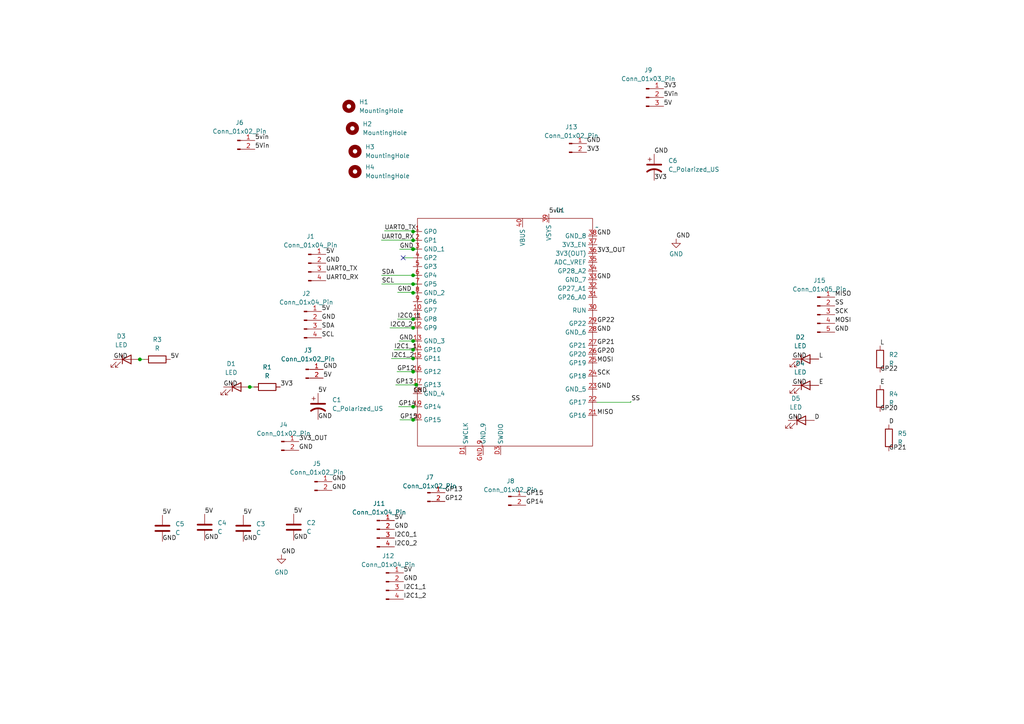
<source format=kicad_sch>
(kicad_sch (version 20230121) (generator eeschema)
  (paper "A4")
  (lib_symbols
    (symbol "Connector:Conn_01x02_Pin" (pin_names (offset 1.016) hide)
      (property "Reference" "J" (at 0 2.54 0))
      (property "Value" "Conn_01x02_Pin" (at 0 -5.08 0))
      (symbol "Conn_01x02_Pin_1_1"
        (polyline (pts (xy 1.27 -2.54) (xy 0.8636 -2.54)) (stroke (width 0.1524)))
        (polyline (pts (xy 1.27 0) (xy 0.8636 0)) (stroke (width 0.1524)))
        (rectangle (start 0.8636 -2.413) (end 0 -2.667) (stroke (width 0.1524)) (fill (type outline)))
        (rectangle (start 0.8636 0.127) (end 0 -0.127) (stroke (width 0.1524)) (fill (type outline)))
        (pin passive line (at 5.08 0 180) (length 3.81) (name "Pin_1") (number "1"))
        (pin passive line (at 5.08 -2.54 180) (length 3.81) (name "Pin_2") (number "2"))
      )
    )
    (symbol "Connector:Conn_01x03_Pin" (pin_names (offset 1.016) hide)
      (property "Reference" "J" (at 0 5.08 0))
      (property "Value" "Conn_01x03_Pin" (at 0 -5.08 0))
      (symbol "Conn_01x03_Pin_1_1"
        (polyline (pts (xy 1.27 -2.54) (xy 0.8636 -2.54)) (stroke (width 0.1524)))
        (polyline (pts (xy 1.27 0) (xy 0.8636 0)) (stroke (width 0.1524)))
        (polyline (pts (xy 1.27 2.54) (xy 0.8636 2.54)) (stroke (width 0.1524)))
        (rectangle (start 0.8636 -2.413) (end 0 -2.667) (stroke (width 0.1524)) (fill (type outline)))
        (rectangle (start 0.8636 0.127) (end 0 -0.127) (stroke (width 0.1524)) (fill (type outline)))
        (rectangle (start 0.8636 2.667) (end 0 2.413) (stroke (width 0.1524)) (fill (type outline)))
        (pin passive line (at 5.08 2.54 180) (length 3.81) (name "Pin_1") (number "1"))
        (pin passive line (at 5.08 0 180) (length 3.81) (name "Pin_2") (number "2"))
        (pin passive line (at 5.08 -2.54 180) (length 3.81) (name "Pin_3") (number "3"))
      )
    )
    (symbol "Connector:Conn_01x04_Pin" (pin_names (offset 1.016) hide)
      (property "Reference" "J" (at 0 5.08 0))
      (property "Value" "Conn_01x04_Pin" (at 0 -7.62 0))
      (symbol "Conn_01x04_Pin_1_1"
        (polyline (pts (xy 1.27 -5.08) (xy 0.8636 -5.08)) (stroke (width 0.1524)))
        (polyline (pts (xy 1.27 -2.54) (xy 0.8636 -2.54)) (stroke (width 0.1524)))
        (polyline (pts (xy 1.27 0) (xy 0.8636 0)) (stroke (width 0.1524)))
        (polyline (pts (xy 1.27 2.54) (xy 0.8636 2.54)) (stroke (width 0.1524)))
        (rectangle (start 0.8636 -4.953) (end 0 -5.207) (stroke (width 0.1524)) (fill (type outline)))
        (rectangle (start 0.8636 -2.413) (end 0 -2.667) (stroke (width 0.1524)) (fill (type outline)))
        (rectangle (start 0.8636 0.127) (end 0 -0.127) (stroke (width 0.1524)) (fill (type outline)))
        (rectangle (start 0.8636 2.667) (end 0 2.413) (stroke (width 0.1524)) (fill (type outline)))
        (pin passive line (at 5.08 2.54 180) (length 3.81) (name "Pin_1") (number "1"))
        (pin passive line (at 5.08 0 180) (length 3.81) (name "Pin_2") (number "2"))
        (pin passive line (at 5.08 -2.54 180) (length 3.81) (name "Pin_3") (number "3"))
        (pin passive line (at 5.08 -5.08 180) (length 3.81) (name "Pin_4") (number "4"))
      )
    )
    (symbol "Connector:Conn_01x05_Pin" (pin_names (offset 1.016) hide)
      (property "Reference" "J" (at 0 7.62 0))
      (property "Value" "Conn_01x05_Pin" (at 0 -7.62 0))
      (symbol "Conn_01x05_Pin_1_1"
        (polyline (pts (xy 1.27 -5.08) (xy 0.8636 -5.08)) (stroke (width 0.1524)))
        (polyline (pts (xy 1.27 -2.54) (xy 0.8636 -2.54)) (stroke (width 0.1524)))
        (polyline (pts (xy 1.27 0) (xy 0.8636 0)) (stroke (width 0.1524)))
        (polyline (pts (xy 1.27 2.54) (xy 0.8636 2.54)) (stroke (width 0.1524)))
        (polyline (pts (xy 1.27 5.08) (xy 0.8636 5.08)) (stroke (width 0.1524)))
        (rectangle (start 0.8636 -4.953) (end 0 -5.207) (stroke (width 0.1524)) (fill (type outline)))
        (rectangle (start 0.8636 -2.413) (end 0 -2.667) (stroke (width 0.1524)) (fill (type outline)))
        (rectangle (start 0.8636 0.127) (end 0 -0.127) (stroke (width 0.1524)) (fill (type outline)))
        (rectangle (start 0.8636 2.667) (end 0 2.413) (stroke (width 0.1524)) (fill (type outline)))
        (rectangle (start 0.8636 5.207) (end 0 4.953) (stroke (width 0.1524)) (fill (type outline)))
        (pin passive line (at 5.08 5.08 180) (length 3.81) (name "Pin_1") (number "1"))
        (pin passive line (at 5.08 2.54 180) (length 3.81) (name "Pin_2") (number "2"))
        (pin passive line (at 5.08 0 180) (length 3.81) (name "Pin_3") (number "3"))
        (pin passive line (at 5.08 -2.54 180) (length 3.81) (name "Pin_4") (number "4"))
        (pin passive line (at 5.08 -5.08 180) (length 3.81) (name "Pin_5") (number "5"))
      )
    )
    (symbol "Device:C" (pin_numbers hide) (pin_names (offset 0.254))
      (property "Reference" "C" (at 0.635 2.54 0))
      (property "Value" "C" (at 0.635 -2.54 0))
      (symbol "C_0_1"
        (polyline (pts (xy -2.032 -0.762) (xy 2.032 -0.762)) (stroke (width 0.508)))
        (polyline (pts (xy -2.032 0.762) (xy 2.032 0.762)) (stroke (width 0.508)))
      )
      (symbol "C_1_1"
        (pin passive line (at 0 3.81 270) (length 2.794) (name "~") (number "1"))
        (pin passive line (at 0 -3.81 90) (length 2.794) (name "~") (number "2"))
      )
    )
    (symbol "Device:C_Polarized_US" (pin_numbers hide) (pin_names (offset 0.254) hide)
      (property "Reference" "C" (at 0.635 2.54 0))
      (property "Value" "C_Polarized_US" (at 0.635 -2.54 0))
      (symbol "C_Polarized_US_0_1"
        (polyline (pts (xy -2.032 0.762) (xy 2.032 0.762)) (stroke (width 0.508)))
        (polyline (pts (xy -1.778 2.286) (xy -0.762 2.286)))
        (polyline (pts (xy -1.27 1.778) (xy -1.27 2.794)))
        (arc (start 2.032 -1.27) (mid 0 -0.5572) (end -2.032 -1.27) (stroke (width 0.508)))
      )
      (symbol "C_Polarized_US_1_1"
        (pin passive line (at 0 3.81 270) (length 2.794) (name "~") (number "1"))
        (pin passive line (at 0 -3.81 90) (length 3.302) (name "~") (number "2"))
      )
    )
    (symbol "Device:LED" (pin_numbers hide) (pin_names (offset 1.016) hide)
      (property "Reference" "D" (at 0 2.54 0))
      (property "Value" "LED" (at 0 -2.54 0))
      (symbol "LED_0_1"
        (polyline (pts (xy -1.27 -1.27) (xy -1.27 1.27)) (stroke (width 0.254)))
        (polyline (pts (xy -1.27 0) (xy 1.27 0)))
        (polyline (pts (xy 1.27 -1.27) (xy 1.27 1.27) (xy -1.27 0) (xy 1.27 -1.27)) (stroke (width 0.254)))
        (polyline (pts (xy -3.048 -0.762) (xy -4.572 -2.286) (xy -3.81 -2.286) (xy -4.572 -2.286) (xy -4.572 -1.524)))
        (polyline (pts (xy -1.778 -0.762) (xy -3.302 -2.286) (xy -2.54 -2.286) (xy -3.302 -2.286) (xy -3.302 -1.524)))
      )
      (symbol "LED_1_1"
        (pin passive line (at -3.81 0 0) (length 2.54) (name "K") (number "1"))
        (pin passive line (at 3.81 0 180) (length 2.54) (name "A") (number "2"))
      )
    )
    (symbol "Device:R" (pin_numbers hide) (pin_names (offset 0))
      (property "Reference" "R" (at 2.032 0 90))
      (property "Value" "R" (at 0 0 90))
      (symbol "R_0_1"
        (rectangle (start -1.016 -2.54) (end 1.016 2.54) (stroke (width 0.254)))
      )
      (symbol "R_1_1"
        (pin passive line (at 0 3.81 270) (length 1.27) (name "~") (number "1"))
        (pin passive line (at 0 -3.81 90) (length 1.27) (name "~") (number "2"))
      )
    )
    (symbol "Mechanical:MountingHole" (pin_names (offset 1.016))
      (property "Reference" "H" (at 0 5.08 0))
      (property "Value" "MountingHole" (at 0 3.175 0))
      (symbol "MountingHole_0_1"
        (circle (center 0 0) (radius 1.27) (stroke (width 1.27)))
      )
    )
    (symbol "pi_pico:pi_pico"
      (property "Reference" "U" (at 0 0 0))
      (symbol "pi_pico_0_1"
        (rectangle (start -52.07 2.54) (end -1.27 -63.5))
      )
      (symbol "pi_pico_1_1"
        (pin free line (at -53.34 -1.27 0) (length 2.54) (name "GP0") (number "1"))
        (pin free line (at -53.34 -24.13 0) (length 2.54) (name "GP7") (number "10"))
        (pin free line (at -53.34 -26.67 0) (length 2.54) (name "GP8") (number "11"))
        (pin free line (at -53.34 -29.21 0) (length 2.54) (name "GP9") (number "12"))
        (pin free line (at -53.34 -33.02 0) (length 2.54) (name "GND_3") (number "13"))
        (pin free line (at -53.34 -35.56 0) (length 2.54) (name "GP10") (number "14"))
        (pin free line (at -53.34 -38.1 0) (length 2.54) (name "GP11") (number "15"))
        (pin free line (at -53.34 -41.91 0) (length 2.54) (name "GP12") (number "16"))
        (pin free line (at -53.34 -45.72 0) (length 2.54) (name "GP13") (number "17"))
        (pin free line (at -53.34 -48.26 0) (length 2.54) (name "GND_4") (number "18"))
        (pin free line (at -53.34 -52.07 0) (length 2.54) (name "GP14") (number "19"))
        (pin free line (at -53.34 -3.81 0) (length 2.54) (name "GP1") (number "2"))
        (pin free line (at -53.34 -55.88 0) (length 2.54) (name "GP15") (number "20"))
        (pin free line (at 0 -54.61 180) (length 2.54) (name "GP16") (number "21"))
        (pin free line (at 0 -50.8 180) (length 2.54) (name "GP17") (number "22"))
        (pin free line (at 0 -46.99 180) (length 2.54) (name "GND_5") (number "23"))
        (pin free line (at 0 -43.18 180) (length 2.54) (name "GP18") (number "24"))
        (pin free line (at 0 -39.37 180) (length 2.54) (name "GP19") (number "25"))
        (pin free line (at 0 -36.83 180) (length 2.54) (name "GP20") (number "26"))
        (pin free line (at 0 -34.29 180) (length 2.54) (name "GP21") (number "27"))
        (pin free line (at 0 -30.48 180) (length 2.54) (name "GND_6") (number "28"))
        (pin free line (at 0 -27.94 180) (length 2.54) (name "GP22") (number "29"))
        (pin free line (at -53.34 -6.35 0) (length 2.54) (name "GND_1") (number "3"))
        (pin free line (at 0 -24.13 180) (length 2.54) (name "RUN") (number "30"))
        (pin free line (at 0 -20.32 180) (length 2.54) (name "GP26_A0") (number "31"))
        (pin free line (at 0 -17.78 180) (length 2.54) (name "GP27_A1") (number "32"))
        (pin free line (at 0 -15.24 180) (length 2.54) (name "GND_7") (number "33"))
        (pin free line (at 0 -12.7 180) (length 2.54) (name "GP28_A2") (number "34"))
        (pin free line (at 0 -10.16 180) (length 2.54) (name "ADC_VREF") (number "35"))
        (pin free line (at 0 -7.62 180) (length 2.54) (name "3V3(OUT)") (number "36"))
        (pin free line (at 0 -5.08 180) (length 2.54) (name "3V3_EN") (number "37"))
        (pin free line (at 0 -2.54 180) (length 2.54) (name "GND_8") (number "38"))
        (pin free line (at -13.97 3.81 270) (length 2.54) (name "VSYS") (number "39"))
        (pin free line (at -53.34 -8.89 0) (length 2.54) (name "GP2") (number "4"))
        (pin free line (at -21.59 2.54 270) (length 2.54) (name "VBUS") (number "40"))
        (pin free line (at -53.34 -11.43 0) (length 2.54) (name "GP3") (number "5"))
        (pin free line (at -53.34 -13.97 0) (length 2.54) (name "GP4") (number "6"))
        (pin free line (at -53.34 -16.51 0) (length 2.54) (name "GP5") (number "7"))
        (pin free line (at -53.34 -19.05 0) (length 2.54) (name "GND_2") (number "8"))
        (pin free line (at -53.34 -21.59 0) (length 2.54) (name "GP6") (number "9"))
        (pin free line (at -38.1 -66.04 90) (length 2.54) (name "SWCLK") (number "D1"))
        (pin free line (at -27.94 -66.04 90) (length 2.54) (name "SWDIO") (number "D3"))
        (pin free line (at -33.02 -66.04 90) (length 2.54) (name "GND_9") (number "GND_9"))
      )
    )
    (symbol "power:GND" (power) (pin_names (offset 0))
      (property "Value" "GND" (at 0 -3.81 0))
      (symbol "GND_0_1"
        (polyline (pts (xy 0 0) (xy 0 -1.27) (xy 1.27 -1.27) (xy 0 -2.54) (xy -1.27 -1.27) (xy 0 -1.27)))
      )
      (symbol "GND_1_1"
        (pin power_in line (at 0 0 270) (length 0) hide (name "GND") (number "1"))
      )
    )
  )
  (junction (at 119.7864 72.2884))
  (junction (at 120.7262 111.6076))
  (junction (at 119.8118 69.6976))
  (junction (at 119.8118 84.9376))
  (junction (at 119.8118 82.3976))
  (junction (at 119.8118 107.7976))
  (junction (at 119.8118 92.5576))
  (junction (at 119.8118 98.9076))
  (junction (at 119.8118 72.2376))
  (junction (at 119.8118 101.4476))
  (junction (at 119.8118 121.7676))
  (junction (at 119.8118 117.9576))
  (junction (at 72.4408 112.2426))
  (junction (at 119.8118 103.9876))
  (junction (at 119.8118 67.1576))
  (junction (at 40.5638 104.2416))
  (junction (at 119.8118 79.8576))
  (junction (at 119.8118 95.0976))
  (no_connect (at 116.9416 74.7776))
  (wire (pts (xy 110.617 69.6468) (xy 119.761 69.6468)))
  (wire (pts (xy 119.8118 111.6076) (xy 120.7262 111.6076)))
  (wire (pts (xy 119.8118 101.4476) (xy 120.269 101.4476)))
  (wire (pts (xy 119.8118 103.9876) (xy 120.3198 103.9876)))
  (wire (pts (xy 119.507 66.9544) (xy 119.507 67.1576)))
  (wire (pts (xy 119.8118 92.5576) (xy 120.7516 92.5576)))
  (wire (pts (xy 119.6086 84.9376) (xy 119.8118 84.9376)))
  (wire (pts (xy 111.506 66.9544) (xy 119.507 66.9544)))
  (wire (pts (xy 116.0018 121.7676) (xy 119.8118 121.7676)))
  (wire (pts (xy 119.8118 98.9076) (xy 120.6754 98.9076)))
  (wire (pts (xy 119.7864 72.2884) (xy 120.8278 72.2884)))
  (wire (pts (xy 119.8118 67.1576) (xy 120.6754 67.1576)))
  (wire (pts (xy 119.507 67.1576) (xy 119.8118 67.1576)))
  (wire (pts (xy 119.8118 69.6976) (xy 120.7262 69.6976)))
  (wire (pts (xy 119.8118 79.8576) (xy 120.777 79.8576)))
  (wire (pts (xy 119.8118 121.7676) (xy 120.7008 121.7676)))
  (wire (pts (xy 120.8278 72.2884) (xy 120.8278 72.2376)))
  (wire (pts (xy 115.5954 117.9576) (xy 119.8118 117.9576)))
  (wire (pts (xy 182.9054 116.5098) (xy 182.9054 116.6876)))
  (wire (pts (xy 72.4408 112.2426) (xy 73.6854 112.2426)))
  (wire (pts (xy 119.8118 82.3976) (xy 120.8786 82.3976)))
  (wire (pts (xy 115.316 84.7852) (xy 119.6086 84.7852)))
  (wire (pts (xy 119.761 69.6976) (xy 119.8118 69.6976)))
  (wire (pts (xy 115.2906 92.5576) (xy 119.8118 92.5576)))
  (wire (pts (xy 114.7572 111.633) (xy 120.7262 111.633)))
  (wire (pts (xy 115.9002 72.2884) (xy 119.7864 72.2884)))
  (wire (pts (xy 119.8118 95.0976) (xy 120.142 95.0976)))
  (wire (pts (xy 182.9054 116.6876) (xy 173.1518 116.6876)))
  (wire (pts (xy 114.3 101.4476) (xy 119.8118 101.4476)))
  (wire (pts (xy 120.8278 72.2376) (xy 119.8118 72.2376)))
  (wire (pts (xy 110.6678 79.8576) (xy 119.8118 79.8576)))
  (wire (pts (xy 115.1636 107.7976) (xy 119.8118 107.7976)))
  (wire (pts (xy 40.5638 104.2416) (xy 41.8084 104.2416)))
  (wire (pts (xy 119.8118 117.9576) (xy 120.8278 117.9576)))
  (wire (pts (xy 119.7864 82.3976) (xy 119.8118 82.3976)))
  (wire (pts (xy 120.8786 82.3722) (xy 120.8786 82.3976)))
  (wire (pts (xy 116.9924 74.8284) (xy 116.9924 74.7776)))
  (wire (pts (xy 116.9924 74.7776) (xy 119.8118 74.7776)))
  (wire (pts (xy 119.7864 72.2376) (xy 119.7864 72.2884)))
  (wire (pts (xy 110.6932 82.3722) (xy 120.8786 82.3722)))
  (wire (pts (xy 115.7732 98.9076) (xy 119.8118 98.9076)))
  (wire (pts (xy 72.1614 112.2426) (xy 72.4408 112.2426)))
  (wire (pts (xy 119.8118 84.9376) (xy 120.6246 84.9376)))
  (wire (pts (xy 119.6086 84.7852) (xy 119.6086 84.9376)))
  (wire (pts (xy 113.5126 103.9876) (xy 119.8118 103.9876)))
  (wire (pts (xy 119.8118 72.2376) (xy 119.7864 72.2376)))
  (wire (pts (xy 119.8118 107.7976) (xy 120.523 107.7976)))
  (wire (pts (xy 120.8278 111.6076) (xy 120.8278 111.633)))
  (wire (pts (xy 120.7262 111.6076) (xy 120.8278 111.6076)))
  (wire (pts (xy 120.142 95.0976) (xy 120.142 95.123)))
  (wire (pts (xy 113.1062 95.0976) (xy 119.8118 95.0976)))
  (wire (pts (xy 119.761 69.6468) (xy 119.761 69.6976)))
  (wire (pts (xy 120.7262 111.6076) (xy 120.7262 111.633)))
  (wire (pts (xy 40.2844 104.2416) (xy 40.5638 104.2416)))
  (wire (pts (xy 183.0832 116.5098) (xy 182.9054 116.5098)))
  (label "I2C1_2" (at 117.0432 173.7868 0))
  (label "I2C0_2" (at 114.4016 158.5976 0))
  (label "GND" (at 64.8208 112.2426 0))
  (label "GND" (at 93.2688 92.8878 0))
  (label "5Vin" (at 73.9394 43.2816 0))
  (label "I2C1_1" (at 117.0432 171.2468 0))
  (label "SDA" (at 93.2688 95.4278 0))
  (label "GND" (at 173.1518 112.8776 0))
  (label "5V" (at 70.5612 149.4282 0))
  (label "GND" (at 189.738 44.704 0))
  (label "SCL" (at 93.2688 97.9678 0))
  (label "UART0_TX" (at 94.5134 78.867 0))
  (label "GND" (at 229.87 104.14 0))
  (label "GP14" (at 115.5954 117.9576 0))
  (label "UART0_RX" (at 110.617 69.6468 0))
  (label "GND" (at 173.1518 81.1276 0))
  (label "5vin" (at 159.1818 62.0776 0))
  (label "I2C0_1" (at 114.4016 156.0576 0))
  (label "GND" (at 93.7514 107.1372 0))
  (label "GP14" (at 152.527 146.5326 0))
  (label "GND" (at 115.7732 98.9076 0))
  (label "GND" (at 59.3598 156.7434 0))
  (label "5V" (at 93.2688 90.3478 0))
  (label "5V" (at 47.117 149.4282 0))
  (label "SDA" (at 110.6678 79.8576 0))
  (label "GND" (at 173.1518 68.4276 0))
  (label "GND" (at 94.5134 76.327 0))
  (label "GND" (at 173.1518 96.3676 0))
  (label "GND" (at 81.6356 160.909 0))
  (label "5Vin" (at 192.4812 28.2702 0))
  (label "5vin" (at 73.9394 40.7416 0))
  (label "GND" (at 115.9002 72.2884 0))
  (label "GND" (at 85.1916 156.718 0))
  (label "L" (at 255.27 100.33 0))
  (label "3V3" (at 192.4812 25.7302 0))
  (label "GP20" (at 255.27 119.38 0))
  (label "UART0_TX" (at 111.506 66.9544 0))
  (label "MISO" (at 242.1382 86.1822 0))
  (label "GND" (at 229.87 111.76 0))
  (label "GND" (at 47.117 157.0482 0))
  (label "E" (at 255.27 111.76 0))
  (label "GP22" (at 255.27 107.95 0))
  (label "GND" (at 170.1546 41.6306 0))
  (label "MISO" (at 173.1518 120.4976 0))
  (label "GP15" (at 152.527 143.9926 0))
  (label "3V3" (at 170.1546 44.1706 0))
  (label "5V" (at 49.4284 104.2416 0))
  (label "D" (at 236.22 121.92 0))
  (label "5V" (at 117.0432 166.1668 0))
  (label "3V3" (at 81.3054 112.2426 0))
  (label "GND" (at 70.5612 157.0482 0))
  (label "5V" (at 114.4016 150.9776 0))
  (label "3V3_OUT" (at 173.1518 73.5076 0))
  (label "5V" (at 85.1916 149.098 0))
  (label "5V" (at 59.3598 149.1234 0))
  (label "I2C0_1" (at 115.2906 92.5576 0))
  (label "GND" (at 92.2528 121.6914 0))
  (label "5V" (at 93.7514 109.6772 0))
  (label "SCK" (at 242.1382 91.2622 0))
  (label "GND" (at 32.9438 104.2416 0))
  (label "GND" (at 117.0432 168.7068 0))
  (label "SCL" (at 110.6932 82.3722 0))
  (label "3V3_OUT" (at 86.6902 128.0668 0))
  (label "GP12" (at 115.1636 107.7976 0))
  (label "GND" (at 115.316 84.7852 0))
  (label "GND" (at 242.1382 96.3422 0))
  (label "5V" (at 192.4812 30.8102 0))
  (label "GND" (at 96.3168 139.7 0))
  (label "MOSI" (at 242.1382 93.8022 0))
  (label "5V" (at 92.2528 114.0714 0))
  (label "GND" (at 114.4016 153.5176 0))
  (label "SCK" (at 173.1518 109.0676 0))
  (label "I2C0_2" (at 113.1062 95.0976 0))
  (label "GND" (at 119.8118 114.1476 0))
  (label "GP20" (at 173.1518 102.7176 0))
  (label "GND" (at 96.3168 142.24 0))
  (label "GND" (at 196.1134 69.3166 0))
  (label "E" (at 237.49 111.76 0))
  (label "GP21" (at 173.1518 100.1776 0))
  (label "GP15" (at 116.0018 121.7676 0))
  (label "SS" (at 242.1382 88.7222 0))
  (label "GND" (at 228.6 121.92 0))
  (label "GP22" (at 173.1518 93.8276 0))
  (label "GP12" (at 129.0574 145.4404 0))
  (label "GP13" (at 129.0574 142.9004 0))
  (label "D" (at 257.81 123.19 0))
  (label "GP21" (at 257.81 130.81 0))
  (label "3V3" (at 189.738 52.324 0))
  (label "GND" (at 86.6902 130.6068 0))
  (label "5V" (at 94.5134 73.787 0))
  (label "L" (at 237.49 104.14 0))
  (label "MOSI" (at 173.1518 105.2576 0))
  (label "UART0_RX" (at 94.5134 81.407 0))
  (label "SS" (at 183.0832 116.5098 0))
  (label "I2C1_1" (at 114.3 101.4476 0))
  (label "GP13" (at 114.7572 111.633 0))
  (label "I2C1_2" (at 113.5126 103.9876 0))
  (symbol (lib_id "Device:LED") (at 68.6308 112.2426 0) (unit 1)
    (property "Reference" "D1" (at 67.0433 105.5116 0))
    (property "Value" "LED" (at 67.0433 108.0516 0))
    (property "Footprint" "MY_LIB:LED_D3.0mm" (effects hide))
  )
  (symbol (lib_id "Connector:Conn_01x04_Pin") (at 88.1888 92.8878 0) (unit 1)
    (property "Reference" "J2" (at 88.8238 85.1408 0))
    (property "Value" "Conn_01x04_Pin" (at 88.8238 87.6808 0))
    (property "Footprint" "MY_LIB:jst_4" (effects hide))
  )
  (symbol (lib_id "Connector:Conn_01x02_Pin") (at 91.2368 139.7 0) (unit 1)
    (property "Reference" "J5" (at 91.8718 134.4676 0))
    (property "Value" "Conn_01x02_Pin" (at 91.8718 137.0076 0))
    (property "Footprint" "Connector_JST:JST_EH_B2B-EH-A_1x02_P2.50mm_Vertical" (effects hide))
  )
  (symbol (lib_id "Connector:Conn_01x02_Pin") (at 81.6102 128.0668 0) (unit 1)
    (property "Reference" "J4" (at 82.2452 123.19 0))
    (property "Value" "Conn_01x02_Pin" (at 82.2452 125.73 0))
    (property "Footprint" "Connector_JST:JST_EH_B2B-EH-A_1x02_P2.50mm_Vertical" (effects hide))
  )
  (symbol (lib_id "Connector:Conn_01x05_Pin") (at 237.0582 91.2622 0) (unit 1)
    (property "Reference" "J15" (at 237.6932 81.3562 0))
    (property "Value" "Conn_01x05_Pin" (at 237.6932 83.8962 0))
    (property "Footprint" "Connector_JST:JST_EH_B5B-EH-A_1x05_P2.50mm_Vertical" (effects hide))
  )
  (symbol (lib_id "power:GND") (at 81.6356 160.909 0) (unit 1)
    (property "Reference" "#PWR01" (effects hide))
    (property "Value" "GND" (at 81.6356 165.989 0))
  )
  (symbol (lib_id "Connector:Conn_01x03_Pin") (at 187.4012 28.2702 0) (unit 1)
    (property "Reference" "J9" (at 188.0362 20.32 0))
    (property "Value" "Conn_01x03_Pin" (at 188.0362 22.86 0))
    (property "Footprint" "SWITCH:SWITCH" (effects hide))
  )
  (symbol (lib_id "Device:R") (at 255.27 104.14 0) (unit 1)
    (property "Reference" "R2" (at 257.81 102.87 0) (effects (justify left)))
    (property "Value" "R" (at 257.81 105.41 0) (effects (justify left)))
    (property "Footprint" "MY_LIB:Resistor_small" (effects hide))
  )
  (symbol (lib_id "Mechanical:MountingHole") (at 102.9716 49.7586 0) (unit 1)
    (property "Reference" "H4" (at 105.918 48.4886 0) (effects (justify left)))
    (property "Value" "MountingHole" (at 105.918 51.0286 0) (effects (justify left)))
    (property "Footprint" "MountingHole:MountingHole_3mm_Pad" (effects hide))
  )
  (symbol (lib_id "Mechanical:MountingHole") (at 102.2096 37.2364 0) (unit 1)
    (property "Reference" "H2" (at 105.156 35.9664 0) (effects (justify left)))
    (property "Value" "MountingHole" (at 105.156 38.5064 0) (effects (justify left)))
    (property "Footprint" "MountingHole:MountingHole_3mm_Pad" (effects hide))
  )
  (symbol (lib_id "Device:R") (at 77.4954 112.2426 90) (unit 1)
    (property "Reference" "R1" (at 77.4954 106.5022 90))
    (property "Value" "R" (at 77.4954 109.0422 90))
    (property "Footprint" "MY_LIB:Resistor_small" (effects hide))
  )
  (symbol (lib_id "Device:R") (at 257.81 127 0) (unit 1)
    (property "Reference" "R5" (at 260.35 125.73 0) (effects (justify left)))
    (property "Value" "R" (at 260.35 128.27 0) (effects (justify left)))
    (property "Footprint" "MY_LIB:Resistor_small" (effects hide))
  )
  (symbol (lib_id "Mechanical:MountingHole") (at 102.9716 43.8912 0) (unit 1)
    (property "Reference" "H3" (at 105.918 42.6212 0) (effects (justify left)))
    (property "Value" "MountingHole" (at 105.918 45.1612 0) (effects (justify left)))
    (property "Footprint" "MountingHole:MountingHole_3mm_Pad" (effects hide))
  )
  (symbol (lib_id "Device:C_Polarized_US") (at 189.738 48.514 0) (unit 1)
    (property "Reference" "C6" (at 193.802 46.609 0) (effects (justify left)))
    (property "Value" "C_Polarized_US" (at 193.802 49.149 0) (effects (justify left)))
    (property "Footprint" "MY_LIB:Capacitor_Disc_Small" (effects hide))
  )
  (symbol (lib_id "Device:LED") (at 233.68 104.14 0) (unit 1)
    (property "Reference" "D2" (at 232.0925 97.79 0))
    (property "Value" "LED" (at 232.0925 100.33 0))
    (property "Footprint" "MY_LIB:LED_D3.0mm" (effects hide))
  )
  (symbol (lib_id "Connector:Conn_01x04_Pin") (at 111.9632 168.7068 0) (unit 1)
    (property "Reference" "J12" (at 112.5982 161.2392 0))
    (property "Value" "Conn_01x04_Pin" (at 112.5982 163.7792 0))
    (property "Footprint" "MY_LIB:jst_4" (effects hide))
  )
  (symbol (lib_id "Mechanical:MountingHole") (at 101.1936 30.8356 0) (unit 1)
    (property "Reference" "H1" (at 104.14 29.5656 0) (effects (justify left)))
    (property "Value" "MountingHole" (at 104.14 32.1056 0) (effects (justify left)))
    (property "Footprint" "MountingHole:MountingHole_3mm_Pad" (effects hide))
  )
  (symbol (lib_id "Device:LED") (at 36.7538 104.2416 0) (unit 1)
    (property "Reference" "D3" (at 35.1663 97.5106 0))
    (property "Value" "LED" (at 35.1663 100.0506 0))
    (property "Footprint" "MY_LIB:LED_D3.0mm" (effects hide))
  )
  (symbol (lib_id "Device:C") (at 85.1916 152.908 0) (unit 1)
    (property "Reference" "C2" (at 88.9 151.638 0) (effects (justify left)))
    (property "Value" "C" (at 88.9 154.178 0) (effects (justify left)))
    (property "Footprint" "MY_LIB:Capacitor_Disc_Small" (effects hide))
  )
  (symbol (lib_id "Connector:Conn_01x02_Pin") (at 147.447 143.9926 0) (unit 1)
    (property "Reference" "J8" (at 148.082 139.5222 0))
    (property "Value" "Conn_01x02_Pin" (at 148.082 142.0622 0))
    (property "Footprint" "Connector_JST:JST_EH_B2B-EH-A_1x02_P2.50mm_Vertical" (effects hide))
  )
  (symbol (lib_id "Connector:Conn_01x02_Pin") (at 68.8594 40.7416 0) (unit 1)
    (property "Reference" "J6" (at 69.4944 35.56 0))
    (property "Value" "Conn_01x02_Pin" (at 69.4944 38.1 0))
    (property "Footprint" "KD1-101F_small_switch:KD1-101F_small" (effects hide))
  )
  (symbol (lib_id "Connector:Conn_01x04_Pin") (at 109.3216 153.5176 0) (unit 1)
    (property "Reference" "J11" (at 109.9566 146.05 0))
    (property "Value" "Conn_01x04_Pin" (at 109.9566 148.59 0))
    (property "Footprint" "MY_LIB:jst_4" (effects hide))
  )
  (symbol (lib_id "Device:LED") (at 232.41 121.92 0) (unit 1)
    (property "Reference" "D5" (at 230.8225 115.57 0))
    (property "Value" "LED" (at 230.8225 118.11 0))
    (property "Footprint" "MY_LIB:LED_D3.0mm" (effects hide))
  )
  (symbol (lib_id "Device:C") (at 47.117 153.2382 0) (unit 1)
    (property "Reference" "C5" (at 50.8254 151.9682 0) (effects (justify left)))
    (property "Value" "C" (at 50.8254 154.5082 0) (effects (justify left)))
    (property "Footprint" "MY_LIB:Capacitor_Disc_Small" (effects hide))
  )
  (symbol (lib_id "Connector:Conn_01x02_Pin") (at 165.0746 41.6306 0) (unit 1)
    (property "Reference" "J13" (at 165.7096 36.83 0))
    (property "Value" "Conn_01x02_Pin" (at 165.7096 39.37 0))
    (property "Footprint" "MY_LIB:Connector_Bornier_2" (effects hide))
  )
  (symbol (lib_id "Connector:Conn_01x02_Pin") (at 123.9774 142.9004 0) (unit 1)
    (property "Reference" "J7" (at 124.6124 138.43 0))
    (property "Value" "Conn_01x02_Pin" (at 124.6124 140.97 0))
    (property "Footprint" "Connector_JST:JST_EH_B2B-EH-A_1x02_P2.50mm_Vertical" (effects hide))
  )
  (symbol (lib_id "pi_pico:pi_pico") (at 173.1518 65.8876 0) (unit 1)
    (property "Reference" "U1" (at 161.1377 60.96 0) (effects (justify left)))
    (property "Value" "~" (at 173.1518 65.8876 0))
    (property "Footprint" "RC_pi_pico:pi_pico" (effects hide))
  )
  (symbol (lib_id "Device:LED") (at 233.68 111.76 0) (unit 1)
    (property "Reference" "D4" (at 232.0925 105.41 0))
    (property "Value" "LED" (at 232.0925 107.95 0))
    (property "Footprint" "MY_LIB:LED_D3.0mm" (effects hide))
  )
  (symbol (lib_id "power:GND") (at 196.1134 69.3166 0) (unit 1)
    (property "Reference" "#PWR02" (effects hide))
    (property "Value" "GND" (at 196.1134 73.66 0))
  )
  (symbol (lib_id "Device:R") (at 255.27 115.57 0) (unit 1)
    (property "Reference" "R4" (at 257.81 114.3 0) (effects (justify left)))
    (property "Value" "R" (at 257.81 116.84 0) (effects (justify left)))
    (property "Footprint" "MY_LIB:Resistor_small" (effects hide))
  )
  (symbol (lib_id "Connector:Conn_01x02_Pin") (at 88.6714 107.1372 0) (unit 1)
    (property "Reference" "J3" (at 89.3064 101.6 0))
    (property "Value" "Conn_01x02_Pin" (at 89.3064 104.14 0))
    (property "Footprint" "MY_LIB:Connector_Bornier_2" (effects hide))
  )
  (symbol (lib_id "Device:C") (at 70.5612 153.2382 0) (unit 1)
    (property "Reference" "C3" (at 74.2696 151.9682 0) (effects (justify left)))
    (property "Value" "C" (at 74.2696 154.5082 0) (effects (justify left)))
    (property "Footprint" "MY_LIB:Capacitor_Disc_Small" (effects hide))
  )
  (symbol (lib_id "Device:C") (at 59.3598 152.9334 0) (unit 1)
    (property "Reference" "C4" (at 63.0682 151.6634 0) (effects (justify left)))
    (property "Value" "C" (at 63.0682 154.2034 0) (effects (justify left)))
    (property "Footprint" "MY_LIB:Capacitor_Disc_Small" (effects hide))
  )
  (symbol (lib_id "Device:R") (at 45.6184 104.2416 90) (unit 1)
    (property "Reference" "R3" (at 45.6184 98.5012 90))
    (property "Value" "R" (at 45.6184 101.0412 90))
    (property "Footprint" "MY_LIB:Resistor_small" (effects hide))
  )
  (symbol (lib_id "Device:C_Polarized_US") (at 92.2528 117.8814 0) (unit 1)
    (property "Reference" "C1" (at 96.3168 115.9764 0) (effects (justify left)))
    (property "Value" "C_Polarized_US" (at 96.3168 118.5164 0) (effects (justify left)))
    (property "Footprint" "MY_LIB:Capacitor_100uF" (effects hide))
  )
  (symbol (lib_id "Connector:Conn_01x04_Pin") (at 89.4334 76.327 0) (unit 1)
    (property "Reference" "J1" (at 90.0684 68.58 0))
    (property "Value" "Conn_01x04_Pin" (at 90.0684 71.12 0))
    (property "Footprint" "MY_LIB:jst_4" (effects hide))
  )
)
</source>
